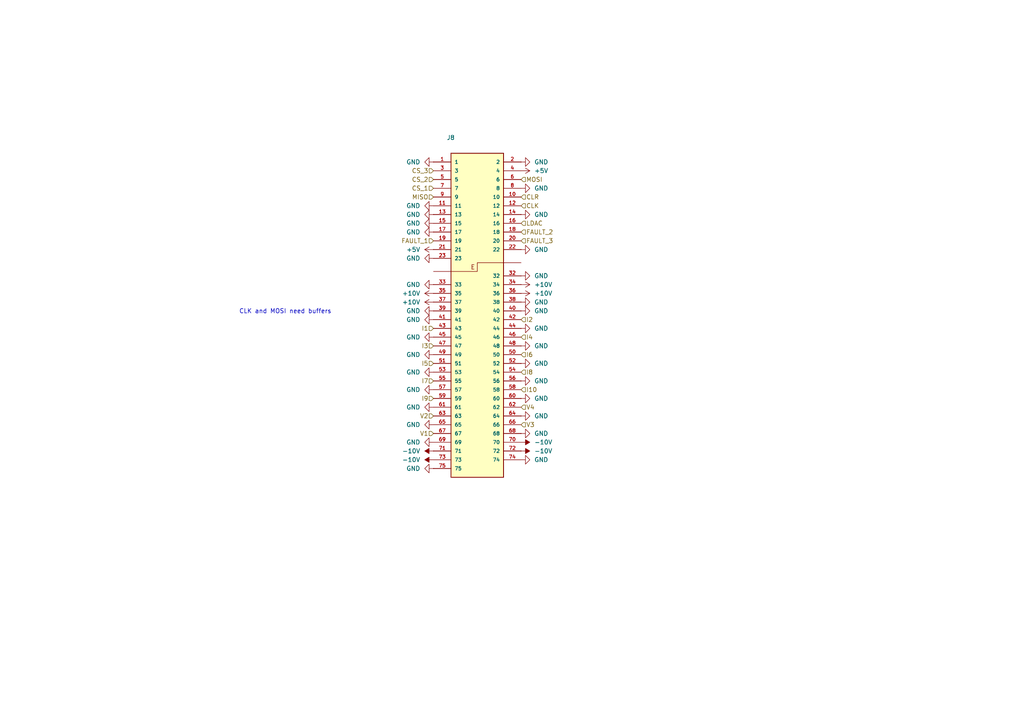
<source format=kicad_sch>
(kicad_sch (version 20250114) (generator "eeschema") (generator_version "9.0")
  (paper "A4")
  (lib_symbols
    (symbol "MDT350M01001VT:M2-J-67-V-SMT-5.30-KE-KT" (pin_names (offset 1.016))
      (symbol "M2-J-67-V-SMT-5.30-KE-KT_0_0"
        (rectangle (start -6.35 44.45) (end 8.89 -49.53) (stroke (width 0.254)) (fill (type background)))
        (pin passive line (at -11.43 41.91 0) (length 5.08) (name "1") (number "1"))
        (pin passive line (at -11.43 39.37 0) (length 5.08) (name "3") (number "3"))
        (pin passive line (at -11.43 36.83 0) (length 5.08) (name "5") (number "5"))
        (pin passive line (at -11.43 34.29 0) (length 5.08) (name "7") (number "7"))
        (pin passive line (at -11.43 31.75 0) (length 5.08) (name "9") (number "9"))
        (pin passive line (at -11.43 29.21 0) (length 5.08) (name "11") (number "11"))
        (pin passive line (at -11.43 26.67 0) (length 5.08) (name "13") (number "13"))
        (pin passive line (at -11.43 24.13 0) (length 5.08) (name "15") (number "15"))
        (pin passive line (at -11.43 21.59 0) (length 5.08) (name "17") (number "17"))
        (pin passive line (at -11.43 19.05 0) (length 5.08) (name "19") (number "19"))
        (pin passive line (at -11.43 16.51 0) (length 5.08) (name "21") (number "21"))
        (pin passive line (at -11.43 13.97 0) (length 5.08) (name "23") (number "23"))
        (pin passive line (at -11.43 6.35 0) (length 5.08) (name "33") (number "33"))
        (pin passive line (at -11.43 3.81 0) (length 5.08) (name "35") (number "35"))
        (pin passive line (at -11.43 1.27 0) (length 5.08) (name "37") (number "37"))
        (pin passive line (at -11.43 -1.27 0) (length 5.08) (name "39") (number "39"))
        (pin passive line (at -11.43 -3.81 0) (length 5.08) (name "41") (number "41"))
        (pin passive line (at -11.43 -6.35 0) (length 5.08) (name "43") (number "43"))
        (pin passive line (at -11.43 -8.89 0) (length 5.08) (name "45") (number "45"))
        (pin passive line (at -11.43 -11.43 0) (length 5.08) (name "47") (number "47"))
        (pin passive line (at -11.43 -13.97 0) (length 5.08) (name "49") (number "49"))
        (pin passive line (at -11.43 -16.51 0) (length 5.08) (name "51") (number "51"))
        (pin passive line (at -11.43 -19.05 0) (length 5.08) (name "53") (number "53"))
        (pin passive line (at -11.43 -21.59 0) (length 5.08) (name "55") (number "55"))
        (pin passive line (at -11.43 -24.13 0) (length 5.08) (name "57") (number "57"))
        (pin passive line (at -11.43 -36.83 0) (length 5.08) (name "67") (number "67"))
        (pin passive line (at -11.43 -39.37 0) (length 5.08) (name "69") (number "69"))
        (pin passive line (at -11.43 -41.91 0) (length 5.08) (name "71") (number "71"))
        (pin passive line (at -11.43 -44.45 0) (length 5.08) (name "73") (number "73"))
        (pin passive line (at -11.43 -46.99 0) (length 5.08) (name "75") (number "75"))
        (pin passive line (at 13.97 41.91 180) (length 5.08) (name "2") (number "2"))
        (pin passive line (at 13.97 39.37 180) (length 5.08) (name "4") (number "4"))
        (pin passive line (at 13.97 36.83 180) (length 5.08) (name "6") (number "6"))
        (pin passive line (at 13.97 34.29 180) (length 5.08) (name "8") (number "8"))
        (pin passive line (at 13.97 31.75 180) (length 5.08) (name "10") (number "10"))
        (pin passive line (at 13.97 29.21 180) (length 5.08) (name "12") (number "12"))
        (pin passive line (at 13.97 26.67 180) (length 5.08) (name "14") (number "14"))
        (pin passive line (at 13.97 24.13 180) (length 5.08) (name "16") (number "16"))
        (pin passive line (at 13.97 21.59 180) (length 5.08) (name "18") (number "18"))
        (pin passive line (at 13.97 19.05 180) (length 5.08) (name "20") (number "20"))
        (pin passive line (at 13.97 16.51 180) (length 5.08) (name "22") (number "22"))
        (pin passive line (at 13.97 8.89 180) (length 5.08) (name "32") (number "32"))
        (pin passive line (at 13.97 6.35 180) (length 5.08) (name "34") (number "34"))
        (pin passive line (at 13.97 3.81 180) (length 5.08) (name "36") (number "36"))
        (pin passive line (at 13.97 1.27 180) (length 5.08) (name "38") (number "38"))
        (pin passive line (at 13.97 -1.27 180) (length 5.08) (name "40") (number "40"))
        (pin passive line (at 13.97 -3.81 180) (length 5.08) (name "42") (number "42"))
        (pin passive line (at 13.97 -6.35 180) (length 5.08) (name "44") (number "44"))
        (pin passive line (at 13.97 -8.89 180) (length 5.08) (name "46") (number "46"))
        (pin passive line (at 13.97 -11.43 180) (length 5.08) (name "48") (number "48"))
        (pin passive line (at 13.97 -13.97 180) (length 5.08) (name "50") (number "50"))
        (pin passive line (at 13.97 -16.51 180) (length 5.08) (name "52") (number "52"))
        (pin passive line (at 13.97 -19.05 180) (length 5.08) (name "54") (number "54"))
        (pin passive line (at 13.97 -21.59 180) (length 5.08) (name "56") (number "56"))
        (pin passive line (at 13.97 -24.13 180) (length 5.08) (name "58") (number "58"))
        (pin passive line (at 13.97 -36.83 180) (length 5.08) (name "68") (number "68"))
        (pin passive line (at 13.97 -39.37 180) (length 5.08) (name "70") (number "70"))
        (pin passive line (at 13.97 -41.91 180) (length 5.08) (name "72") (number "72"))
        (pin passive line (at 13.97 -44.45 180) (length 5.08) (name "74") (number "74"))
      )
      (symbol "M2-J-67-V-SMT-5.30-KE-KT_0_1"
        (polyline (pts (xy -11.43 10.16) (xy 1.27 10.16) (xy 1.27 12.7) (xy 13.97 12.7)))
      )
      (symbol "M2-J-67-V-SMT-5.30-KE-KT_1_0"
        (pin passive line (at -11.43 -26.67 0) (length 5.08) (name "59") (number "59"))
        (pin passive line (at -11.43 -29.21 0) (length 5.08) (name "61") (number "61"))
        (pin passive line (at -11.43 -31.75 0) (length 5.08) (name "63") (number "63"))
        (pin passive line (at -11.43 -34.29 0) (length 5.08) (name "65") (number "65"))
        (pin passive line (at 13.97 -26.67 180) (length 5.08) (name "60") (number "60"))
        (pin passive line (at 13.97 -29.21 180) (length 5.08) (name "62") (number "62"))
        (pin passive line (at 13.97 -31.75 180) (length 5.08) (name "64") (number "64"))
        (pin passive line (at 13.97 -34.29 180) (length 5.08) (name "66") (number "66"))
      )
      (symbol "M2-J-67-V-SMT-5.30-KE-KT_1_1"
        (text "E" (at 0 11.43 0) (effects (font (size 1.27 1.27))))
      )
    )
    (symbol "power:+10V" (power) (pin_numbers (hide yes)) (pin_names (offset 0) (hide yes))
      (property "Value" "+10V" (at 0 3.556 0))
      (symbol "+10V_0_1"
        (polyline (pts (xy -0.762 1.27) (xy 0 2.54)))
        (polyline (pts (xy 0 2.54) (xy 0.762 1.27)))
        (polyline (pts (xy 0 0) (xy 0 2.54)))
      )
      (symbol "+10V_1_1"
        (pin power_in line (at 0 0 90) (length 0) (name "~") (number "1"))
      )
    )
    (symbol "power:+5V" (power) (pin_numbers (hide yes)) (pin_names (offset 0) (hide yes))
      (property "Value" "+5V" (at 0 3.556 0))
      (symbol "+5V_0_1"
        (polyline (pts (xy -0.762 1.27) (xy 0 2.54)))
        (polyline (pts (xy 0 2.54) (xy 0.762 1.27)))
        (polyline (pts (xy 0 0) (xy 0 2.54)))
      )
      (symbol "+5V_1_1"
        (pin power_in line (at 0 0 90) (length 0) (name "~") (number "1"))
      )
    )
    (symbol "power:-10V" (power) (pin_numbers (hide yes)) (pin_names (offset 0) (hide yes))
      (property "Value" "-10V" (at 0 3.556 0))
      (symbol "-10V_0_0"
        (pin power_in line (at 0 0 90) (length 0) (name "~") (number "1"))
      )
      (symbol "-10V_0_1"
        (polyline (pts (xy 0 0) (xy 0 1.27) (xy 0.762 1.27) (xy 0 2.54) (xy -0.762 1.27) (xy 0 1.27)) (fill (type outline)))
      )
    )
    (symbol "power:GND" (power) (pin_numbers (hide yes)) (pin_names (offset 0) (hide yes))
      (property "Value" "GND" (at 0 -3.81 0))
      (symbol "GND_0_1"
        (polyline (pts (xy 0 0) (xy 0 -1.27) (xy 1.27 -1.27) (xy 0 -2.54) (xy -1.27 -1.27) (xy 0 -1.27)))
      )
      (symbol "GND_1_1"
        (pin power_in line (at 0 0 270) (length 0) (name "~") (number "1"))
      )
    )
  )
  (text "CLK and MOSI need buffers" (at 69.342 90.424 0) (effects (font (size 1.27 1.27)) (justify left)))
  (hierarchical_label "I7" (shape input) (at 125.73 110.49 180))
  (hierarchical_label "I10" (shape input) (at 151.13 113.03 0))
  (hierarchical_label "I8" (shape input) (at 151.13 107.95 0))
  (hierarchical_label "CS_3" (shape input) (at 125.73 49.53 180))
  (hierarchical_label "I4" (shape input) (at 151.13 97.79 0))
  (hierarchical_label "FAULT_1" (shape input) (at 125.73 69.85 180))
  (hierarchical_label "CS_1" (shape input) (at 125.73 54.61 180))
  (hierarchical_label "FAULT_3" (shape input) (at 151.13 69.85 0))
  (hierarchical_label "LDAC" (shape input) (at 151.13 64.77 0))
  (hierarchical_label "I9" (shape input) (at 125.73 115.57 180))
  (hierarchical_label "V2" (shape input) (at 125.73 120.65 180))
  (hierarchical_label "CLR" (shape input) (at 151.13 57.15 0))
  (hierarchical_label "I5" (shape input) (at 125.73 105.41 180))
  (hierarchical_label "MISO" (shape input) (at 125.73 57.15 180))
  (hierarchical_label "I1" (shape input) (at 125.73 95.25 180))
  (hierarchical_label "I6" (shape input) (at 151.13 102.87 0))
  (hierarchical_label "CLK" (shape input) (at 151.13 59.69 0))
  (hierarchical_label "MOSI" (shape input) (at 151.13 52.07 0))
  (hierarchical_label "V3" (shape input) (at 151.13 123.19 0))
  (hierarchical_label "CS_2" (shape input) (at 125.73 52.07 180))
  (hierarchical_label "V1" (shape input) (at 125.73 125.73 180))
  (hierarchical_label "I2" (shape input) (at 151.13 92.71 0))
  (hierarchical_label "V4" (shape input) (at 151.13 118.11 0))
  (hierarchical_label "I3" (shape input) (at 125.73 100.33 180))
  (hierarchical_label "FAULT_2" (shape input) (at 151.13 67.31 0))
  (symbol (lib_id "power:GND") (at 151.13 46.99 90) (unit 1)
    (property "Reference" "#PWR02" (effects (hide yes)))
    (property "Value" "GND" (at 154.94 46.9899 90) (effects (justify right)))
    (property "Description" "Power symbol creates a global label with name \"GND\" , ground" (effects (hide yes)))
    (instances (project "greymatter-mobo" (path "" (reference "#PWR09") (unit 1)) (path "" (reference "#PWR08") (unit 1)) (path "" (reference "#PWR02") (unit 1)) (path "" (reference "#PWR06") (unit 1)) (path "" (reference "#PWR03") (unit 1)) (path "" (reference "#PWR07") (unit 1)) (path "" (reference "#PWR04") (unit 1)) (path "" (reference "#PWR05") (unit 1))))
  )
  (symbol (lib_id "power:GND") (at 125.73 123.19 270) (unit 1)
    (property "Reference" "#PWR0222" (effects (hide yes)))
    (property "Value" "GND" (at 121.92 123.1901 90) (effects (justify right)))
    (property "Description" "Power symbol creates a global label with name \"GND\" , ground" (effects (hide yes)))
    (instances (project "greymatter-mobo" (path "" (reference "#PWR0230") (unit 1)) (path "" (reference "#PWR0228") (unit 1)) (path "" (reference "#PWR0222") (unit 1)) (path "" (reference "#PWR0226") (unit 1)) (path "" (reference "#PWR0223") (unit 1)) (path "" (reference "#PWR0227") (unit 1)) (path "" (reference "#PWR0224") (unit 1)) (path "" (reference "#PWR0225") (unit 1))))
  )
  (symbol (lib_id "power:GND") (at 151.13 72.39 90) (unit 1)
    (property "Reference" "#PWR072" (effects (hide yes)))
    (property "Value" "GND" (at 154.94 72.3899 90) (effects (justify right)))
    (property "Description" "Power symbol creates a global label with name \"GND\" , ground" (effects (hide yes)))
    (instances (project "greymatter-mobo" (path "" (reference "#PWR079") (unit 1)) (path "" (reference "#PWR078") (unit 1)) (path "" (reference "#PWR072") (unit 1)) (path "" (reference "#PWR076") (unit 1)) (path "" (reference "#PWR073") (unit 1)) (path "" (reference "#PWR077") (unit 1)) (path "" (reference "#PWR074") (unit 1)) (path "" (reference "#PWR075") (unit 1))))
  )
  (symbol (lib_id "power:GND") (at 125.73 64.77 270) (unit 1)
    (property "Reference" "#PWR036" (effects (hide yes)))
    (property "Value" "GND" (at 121.92 64.7699 90) (effects (justify right)))
    (property "Description" "Power symbol creates a global label with name \"GND\" , ground" (effects (hide yes)))
    (instances (project "greymatter-mobo" (path "" (reference "#PWR052") (unit 1)) (path "" (reference "#PWR050") (unit 1)) (path "" (reference "#PWR036") (unit 1)) (path "" (reference "#PWR046") (unit 1)) (path "" (reference "#PWR038") (unit 1)) (path "" (reference "#PWR048") (unit 1)) (path "" (reference "#PWR040") (unit 1)) (path "" (reference "#PWR044") (unit 1))))
  )
  (symbol (lib_id "power:GND") (at 125.73 97.79 270) (unit 1)
    (property "Reference" "#PWR0178" (effects (hide yes)))
    (property "Value" "GND" (at 121.92 97.7901 90) (effects (justify right)))
    (property "Description" "Power symbol creates a global label with name \"GND\" , ground" (effects (hide yes)))
    (instances (project "greymatter-mobo" (path "" (reference "#PWR0185") (unit 1)) (path "" (reference "#PWR0184") (unit 1)) (path "" (reference "#PWR0178") (unit 1)) (path "" (reference "#PWR0182") (unit 1)) (path "" (reference "#PWR0179") (unit 1)) (path "" (reference "#PWR0183") (unit 1)) (path "" (reference "#PWR0180") (unit 1)) (path "" (reference "#PWR0181") (unit 1))))
  )
  (symbol (lib_id "power:GND") (at 151.13 54.61 90) (unit 1)
    (property "Reference" "#PWR080" (effects (hide yes)))
    (property "Value" "GND" (at 154.94 54.6099 90) (effects (justify right)))
    (property "Description" "Power symbol creates a global label with name \"GND\" , ground" (effects (hide yes)))
    (instances (project "greymatter-mobo" (path "" (reference "#PWR089") (unit 1)) (path "" (reference "#PWR088") (unit 1)) (path "" (reference "#PWR080") (unit 1)) (path "" (reference "#PWR086") (unit 1)) (path "" (reference "#PWR081") (unit 1)) (path "" (reference "#PWR087") (unit 1)) (path "" (reference "#PWR082") (unit 1)) (path "" (reference "#PWR083") (unit 1))))
  )
  (symbol (lib_id "power:GND") (at 125.73 67.31 270) (unit 1)
    (property "Reference" "#PWR037" (effects (hide yes)))
    (property "Value" "GND" (at 121.92 67.3099 90) (effects (justify right)))
    (property "Description" "Power symbol creates a global label with name \"GND\" , ground" (effects (hide yes)))
    (instances (project "greymatter-mobo" (path "" (reference "#PWR053") (unit 1)) (path "" (reference "#PWR051") (unit 1)) (path "" (reference "#PWR037") (unit 1)) (path "" (reference "#PWR047") (unit 1)) (path "" (reference "#PWR039") (unit 1)) (path "" (reference "#PWR049") (unit 1)) (path "" (reference "#PWR041") (unit 1)) (path "" (reference "#PWR045") (unit 1))))
  )
  (symbol (lib_id "power:GND") (at 151.13 80.01 90) (unit 1)
    (property "Reference" "#PWR0108" (effects (hide yes)))
    (property "Value" "GND" (at 154.94 80.0099 90) (effects (justify right)))
    (property "Description" "Power symbol creates a global label with name \"GND\" , ground" (effects (hide yes)))
    (instances (project "greymatter-mobo" (path "" (reference "#PWR0115") (unit 1)) (path "" (reference "#PWR0114") (unit 1)) (path "" (reference "#PWR0108") (unit 1)) (path "" (reference "#PWR0112") (unit 1)) (path "" (reference "#PWR0109") (unit 1)) (path "" (reference "#PWR0113") (unit 1)) (path "" (reference "#PWR0110") (unit 1)) (path "" (reference "#PWR0111") (unit 1))))
  )
  (symbol (lib_id "power:GND") (at 151.13 125.73 90) (mirror x) (unit 1)
    (property "Reference" "#PWR0277" (effects (hide yes)))
    (property "Value" "GND" (at 154.94 125.7301 90) (effects (justify right)))
    (property "Description" "Power symbol creates a global label with name \"GND\" , ground" (effects (hide yes)))
    (instances (project "greymatter-mobo" (path "" (reference "#PWR0284") (unit 1)) (path "" (reference "#PWR0283") (unit 1)) (path "" (reference "#PWR0277") (unit 1)) (path "" (reference "#PWR0281") (unit 1)) (path "" (reference "#PWR0278") (unit 1)) (path "" (reference "#PWR0282") (unit 1)) (path "" (reference "#PWR0279") (unit 1)) (path "" (reference "#PWR0280") (unit 1))))
  )
  (symbol (lib_id "power:GND") (at 151.13 100.33 90) (mirror x) (unit 1)
    (property "Reference" "#PWR0320" (effects (hide yes)))
    (property "Value" "GND" (at 154.94 100.3301 90) (effects (justify right)))
    (property "Description" "Power symbol creates a global label with name \"GND\" , ground" (effects (hide yes)))
    (instances (project "greymatter-mobo" (path "" (reference "#PWR0327") (unit 1)) (path "" (reference "#PWR0326") (unit 1)) (path "" (reference "#PWR0320") (unit 1)) (path "" (reference "#PWR0324") (unit 1)) (path "" (reference "#PWR0321") (unit 1)) (path "" (reference "#PWR0325") (unit 1)) (path "" (reference "#PWR0322") (unit 1)) (path "" (reference "#PWR0323") (unit 1))))
  )
  (symbol (lib_id "power:GND") (at 151.13 133.35 90) (mirror x) (unit 1)
    (property "Reference" "#PWR0268" (effects (hide yes)))
    (property "Value" "GND" (at 154.94 133.3501 90) (effects (justify right)))
    (property "Description" "Power symbol creates a global label with name \"GND\" , ground" (effects (hide yes)))
    (instances (project "greymatter-mobo" (path "" (reference "#PWR0276") (unit 1)) (path "" (reference "#PWR0275") (unit 1)) (path "" (reference "#PWR0268") (unit 1)) (path "" (reference "#PWR0272") (unit 1)) (path "" (reference "#PWR0269") (unit 1)) (path "" (reference "#PWR0274") (unit 1)) (path "" (reference "#PWR0270") (unit 1)) (path "" (reference "#PWR0271") (unit 1))))
  )
  (symbol (lib_id "power:GND") (at 151.13 115.57 90) (mirror x) (unit 1)
    (property "Reference" "#PWR0293" (effects (hide yes)))
    (property "Value" "GND" (at 154.94 115.5701 90) (effects (justify right)))
    (property "Description" "Power symbol creates a global label with name \"GND\" , ground" (effects (hide yes)))
    (instances (project "greymatter-mobo" (path "" (reference "#PWR0302") (unit 1)) (path "" (reference "#PWR0301") (unit 1)) (path "" (reference "#PWR0293") (unit 1)) (path "" (reference "#PWR0299") (unit 1)) (path "" (reference "#PWR0296") (unit 1)) (path "" (reference "#PWR0300") (unit 1)) (path "" (reference "#PWR0297") (unit 1)) (path "" (reference "#PWR0298") (unit 1))))
  )
  (symbol (lib_id "power:GND") (at 151.13 105.41 90) (mirror x) (unit 1)
    (property "Reference" "#PWR0311" (effects (hide yes)))
    (property "Value" "GND" (at 154.94 105.4101 90) (effects (justify right)))
    (property "Description" "Power symbol creates a global label with name \"GND\" , ground" (effects (hide yes)))
    (instances (project "greymatter-mobo" (path "" (reference "#PWR0319") (unit 1)) (path "" (reference "#PWR0318") (unit 1)) (path "" (reference "#PWR0311") (unit 1)) (path "" (reference "#PWR0316") (unit 1)) (path "" (reference "#PWR0312") (unit 1)) (path "" (reference "#PWR0317") (unit 1)) (path "" (reference "#PWR0313") (unit 1)) (path "" (reference "#PWR0314") (unit 1))))
  )
  (symbol (lib_id "power:GND") (at 125.73 59.69 270) (unit 1)
    (property "Reference" "#PWR018" (effects (hide yes)))
    (property "Value" "GND" (at 121.92 59.6899 90) (effects (justify right)))
    (property "Description" "Power symbol creates a global label with name \"GND\" , ground" (effects (hide yes)))
    (instances (project "greymatter-mobo" (path "" (reference "#PWR027") (unit 1)) (path "" (reference "#PWR026") (unit 1)) (path "" (reference "#PWR018") (unit 1)) (path "" (reference "#PWR024") (unit 1)) (path "" (reference "#PWR020") (unit 1)) (path "" (reference "#PWR025") (unit 1)) (path "" (reference "#PWR022") (unit 1)) (path "" (reference "#PWR023") (unit 1))))
  )
  (symbol (lib_id "power:GND") (at 125.73 128.27 270) (unit 1)
    (property "Reference" "#PWR0232" (effects (hide yes)))
    (property "Value" "GND" (at 121.92 128.2701 90) (effects (justify right)))
    (property "Description" "Power symbol creates a global label with name \"GND\" , ground" (effects (hide yes)))
    (instances (project "greymatter-mobo" (path "" (reference "#PWR0239") (unit 1)) (path "" (reference "#PWR0238") (unit 1)) (path "" (reference "#PWR0232") (unit 1)) (path "" (reference "#PWR0236") (unit 1)) (path "" (reference "#PWR0233") (unit 1)) (path "" (reference "#PWR0237") (unit 1)) (path "" (reference "#PWR0234") (unit 1)) (path "" (reference "#PWR0235") (unit 1))))
  )
  (symbol (lib_id "power:+10V") (at 151.13 85.09 270) (mirror x) (unit 1)
    (property "Reference" "#PWR0125" (effects (hide yes)))
    (property "Value" "+10V" (at 154.94 85.0901 90) (effects (justify left)))
    (property "Description" "Power symbol creates a global label with name \"+10V\"" (effects (hide yes)))
    (instances (project "greymatter-mobo" (path "" (reference "#PWR0141") (unit 1)) (path "" (reference "#PWR0139") (unit 1)) (path "" (reference "#PWR0125") (unit 1)) (path "" (reference "#PWR0135") (unit 1)) (path "" (reference "#PWR0129") (unit 1)) (path "" (reference "#PWR0137") (unit 1)) (path "" (reference "#PWR0131") (unit 1)) (path "" (reference "#PWR0133") (unit 1))))
  )
  (symbol (lib_id "power:GND") (at 125.73 74.93 270) (unit 1)
    (property "Reference" "#PWR064" (effects (hide yes)))
    (property "Value" "GND" (at 121.92 74.9299 90) (effects (justify right)))
    (property "Description" "Power symbol creates a global label with name \"GND\" , ground" (effects (hide yes)))
    (instances (project "greymatter-mobo" (path "" (reference "#PWR071") (unit 1)) (path "" (reference "#PWR070") (unit 1)) (path "" (reference "#PWR064") (unit 1)) (path "" (reference "#PWR068") (unit 1)) (path "" (reference "#PWR065") (unit 1)) (path "" (reference "#PWR069") (unit 1)) (path "" (reference "#PWR066") (unit 1)) (path "" (reference "#PWR067") (unit 1))))
  )
  (symbol (lib_id "power:GND") (at 125.73 46.99 270) (unit 1)
    (property "Reference" "#PWR01" (effects (hide yes)))
    (property "Value" "GND" (at 121.92 46.9899 90) (effects (justify right)))
    (property "Description" "Power symbol creates a global label with name \"GND\" , ground" (effects (hide yes)))
    (instances (project "greymatter-mobo" (path "" (reference "#PWR0295") (unit 1)) (path "" (reference "#PWR0253") (unit 1)) (path "" (reference "#PWR01") (unit 1)) (path "" (reference "#PWR0169") (unit 1)) (path "" (reference "#PWR043") (unit 1)) (path "" (reference "#PWR0211") (unit 1)) (path "" (reference "#PWR085") (unit 1)) (path "" (reference "#PWR0127") (unit 1))))
  )
  (symbol (lib_id "power:+10V") (at 125.73 87.63 90) (unit 1)
    (property "Reference" "#PWR0116" (effects (hide yes)))
    (property "Value" "+10V" (at 121.92 87.6301 90) (effects (justify left)))
    (property "Description" "Power symbol creates a global label with name \"+10V\"" (effects (hide yes)))
    (instances (project "greymatter-mobo" (path "" (reference "#PWR0123") (unit 1)) (path "" (reference "#PWR0122") (unit 1)) (path "" (reference "#PWR0116") (unit 1)) (path "" (reference "#PWR0120") (unit 1)) (path "" (reference "#PWR0117") (unit 1)) (path "" (reference "#PWR0121") (unit 1)) (path "" (reference "#PWR0118") (unit 1)) (path "" (reference "#PWR0119") (unit 1))))
  )
  (symbol (lib_id "power:GND") (at 125.73 107.95 270) (unit 1)
    (property "Reference" "#PWR0196" (effects (hide yes)))
    (property "Value" "GND" (at 121.92 107.9501 90) (effects (justify right)))
    (property "Description" "Power symbol creates a global label with name \"GND\" , ground" (effects (hide yes)))
    (instances (project "greymatter-mobo" (path "" (reference "#PWR0203") (unit 1)) (path "" (reference "#PWR0202") (unit 1)) (path "" (reference "#PWR0196") (unit 1)) (path "" (reference "#PWR0200") (unit 1)) (path "" (reference "#PWR0197") (unit 1)) (path "" (reference "#PWR0201") (unit 1)) (path "" (reference "#PWR0198") (unit 1)) (path "" (reference "#PWR0199") (unit 1))))
  )
  (symbol (lib_id "power:+5V") (at 125.73 72.39 90) (unit 1)
    (property "Reference" "#PWR054" (effects (hide yes)))
    (property "Value" "+5V" (at 121.92 72.3899 90) (effects (justify left)))
    (property "Description" "Power symbol creates a global label with name \"+5V\"" (effects (hide yes)))
    (instances (project "greymatter-mobo" (path "" (reference "#PWR062") (unit 1)) (path "" (reference "#PWR060") (unit 1)) (path "" (reference "#PWR054") (unit 1)) (path "" (reference "#PWR058") (unit 1)) (path "" (reference "#PWR055") (unit 1)) (path "" (reference "#PWR059") (unit 1)) (path "" (reference "#PWR056") (unit 1)) (path "" (reference "#PWR057") (unit 1))))
  )
  (symbol (lib_id "power:GND") (at 125.73 113.03 270) (unit 1)
    (property "Reference" "#PWR0204" (effects (hide yes)))
    (property "Value" "GND" (at 121.92 113.0301 90) (effects (justify right)))
    (property "Description" "Power symbol creates a global label with name \"GND\" , ground" (effects (hide yes)))
    (instances (project "greymatter-mobo" (path "" (reference "#PWR0213") (unit 1)) (path "" (reference "#PWR0212") (unit 1)) (path "" (reference "#PWR0204") (unit 1)) (path "" (reference "#PWR0208") (unit 1)) (path "" (reference "#PWR0205") (unit 1)) (path "" (reference "#PWR0209") (unit 1)) (path "" (reference "#PWR0206") (unit 1)) (path "" (reference "#PWR0207") (unit 1))))
  )
  (symbol (lib_id "power:GND") (at 151.13 87.63 90) (mirror x) (unit 1)
    (property "Reference" "#PWR0160" (effects (hide yes)))
    (property "Value" "GND" (at 154.94 87.6301 90) (effects (justify right)))
    (property "Description" "Power symbol creates a global label with name \"GND\" , ground" (effects (hide yes)))
    (instances (project "greymatter-mobo" (path "" (reference "#PWR0176") (unit 1)) (path "" (reference "#PWR0174") (unit 1)) (path "" (reference "#PWR0160") (unit 1)) (path "" (reference "#PWR0170") (unit 1)) (path "" (reference "#PWR0162") (unit 1)) (path "" (reference "#PWR0172") (unit 1)) (path "" (reference "#PWR0164") (unit 1)) (path "" (reference "#PWR0166") (unit 1))))
  )
  (symbol (lib_id "power:+10V") (at 151.13 82.55 270) (mirror x) (unit 1)
    (property "Reference" "#PWR0124" (effects (hide yes)))
    (property "Value" "+10V" (at 154.94 82.5501 90) (effects (justify left)))
    (property "Description" "Power symbol creates a global label with name \"+10V\"" (effects (hide yes)))
    (instances (project "greymatter-mobo" (path "" (reference "#PWR0140") (unit 1)) (path "" (reference "#PWR0138") (unit 1)) (path "" (reference "#PWR0124") (unit 1)) (path "" (reference "#PWR0134") (unit 1)) (path "" (reference "#PWR0128") (unit 1)) (path "" (reference "#PWR0136") (unit 1)) (path "" (reference "#PWR0130") (unit 1)) (path "" (reference "#PWR0132") (unit 1))))
  )
  (symbol (lib_id "power:-10V") (at 125.73 130.81 90) (mirror x) (unit 1)
    (property "Reference" "#PWR042" (effects (hide yes)))
    (property "Value" "-10V" (at 121.92 130.8101 90) (effects (justify left)))
    (property "Description" "Power symbol creates a global label with name \"-10V\"" (effects (hide yes)))
    (instances (project "greymatter-mobo" (path "" (reference "#PWR0336") (unit 1)) (path "" (reference "#PWR0294") (unit 1)) (path "" (reference "#PWR042") (unit 1)) (path "" (reference "#PWR0210") (unit 1)) (path "" (reference "#PWR084") (unit 1)) (path "" (reference "#PWR0252") (unit 1)) (path "" (reference "#PWR0126") (unit 1)) (path "" (reference "#PWR0168") (unit 1))))
  )
  (symbol (lib_id "power:GND") (at 151.13 110.49 90) (mirror x) (unit 1)
    (property "Reference" "#PWR0303" (effects (hide yes)))
    (property "Value" "GND" (at 154.94 110.4901 90) (effects (justify right)))
    (property "Description" "Power symbol creates a global label with name \"GND\" , ground" (effects (hide yes)))
    (instances (project "greymatter-mobo" (path "" (reference "#PWR0310") (unit 1)) (path "" (reference "#PWR0309") (unit 1)) (path "" (reference "#PWR0303") (unit 1)) (path "" (reference "#PWR0307") (unit 1)) (path "" (reference "#PWR0304") (unit 1)) (path "" (reference "#PWR0308") (unit 1)) (path "" (reference "#PWR0305") (unit 1)) (path "" (reference "#PWR0306") (unit 1))))
  )
  (symbol (lib_id "power:+5V") (at 151.13 49.53 270) (unit 1)
    (property "Reference" "#PWR010" (effects (hide yes)))
    (property "Value" "+5V" (at 154.94 49.5299 90) (effects (justify left)))
    (property "Description" "Power symbol creates a global label with name \"+5V\"" (effects (hide yes)))
    (instances (project "" (path "" (reference "#PWR017") (unit 1)) (path "" (reference "#PWR016") (unit 1)) (path "" (reference "#PWR010") (unit 1)) (path "" (reference "#PWR014") (unit 1)) (path "" (reference "#PWR011") (unit 1)) (path "" (reference "#PWR015") (unit 1)) (path "" (reference "#PWR012") (unit 1)) (path "" (reference "#PWR013") (unit 1))))
  )
  (symbol (lib_id "power:-10V") (at 151.13 130.81 270) (unit 1)
    (property "Reference" "#PWR0243" (effects (hide yes)))
    (property "Value" "-10V" (at 154.94 130.8101 90) (effects (justify left)))
    (property "Description" "Power symbol creates a global label with name \"-10V\"" (effects (hide yes)))
    (instances (project "greymatter-mobo" (path "" (reference "#PWR0259") (unit 1)) (path "" (reference "#PWR0257") (unit 1)) (path "" (reference "#PWR0243") (unit 1)) (path "" (reference "#PWR0251") (unit 1)) (path "" (reference "#PWR0245") (unit 1)) (path "" (reference "#PWR0255") (unit 1)) (path "" (reference "#PWR0247") (unit 1)) (path "" (reference "#PWR0249") (unit 1))))
  )
  (symbol (lib_id "power:GND") (at 151.13 90.17 90) (mirror x) (unit 1)
    (property "Reference" "#PWR0161" (effects (hide yes)))
    (property "Value" "GND" (at 154.94 90.1701 90) (effects (justify right)))
    (property "Description" "Power symbol creates a global label with name \"GND\" , ground" (effects (hide yes)))
    (instances (project "greymatter-mobo" (path "" (reference "#PWR0177") (unit 1)) (path "" (reference "#PWR0175") (unit 1)) (path "" (reference "#PWR0161") (unit 1)) (path "" (reference "#PWR0171") (unit 1)) (path "" (reference "#PWR0163") (unit 1)) (path "" (reference "#PWR0173") (unit 1)) (path "" (reference "#PWR0165") (unit 1)) (path "" (reference "#PWR0167") (unit 1))))
  )
  (symbol (lib_id "power:-10V") (at 125.73 133.35 90) (mirror x) (unit 1)
    (property "Reference" "#PWR019" (effects (hide yes)))
    (property "Value" "-10V" (at 121.92 133.3501 90) (effects (justify left)))
    (property "Description" "Power symbol creates a global label with name \"-10V\"" (effects (hide yes)))
    (instances (project "greymatter-mobo" (path "" (reference "#PWR0241") (unit 1)) (path "" (reference "#PWR0240") (unit 1)) (path "" (reference "#PWR019") (unit 1)) (path "" (reference "#PWR0187") (unit 1)) (path "" (reference "#PWR061") (unit 1)) (path "" (reference "#PWR0229") (unit 1)) (path "" (reference "#PWR0103") (unit 1)) (path "" (reference "#PWR0145") (unit 1))))
  )
  (symbol (lib_id "MDT350M01001VT:M2-J-67-V-SMT-5.30-KE-KT") (at 137.16 88.9 0) (unit 1)
    (property "Reference" "J1" (at 129.54 40.64 0) (effects (justify left bottom)))
    (property "Value" "M2-J-67-V-SMT-5.30-KE-KT" (effects (hide yes)))
    (property "Footprint" "MDT350M01001VT:ADAMTECH_M2-J-67-V-SMT-5.30-KE-KT" (effects (hide yes)))
    (property "PARTREV" "2" (effects (hide yes)))
    (property "STANDARD" "Manufacturer Recommendations" (effects (hide yes)))
    (property "MAXIMUM_PACKAGE_HEIGHT" "5.3 mm" (effects (hide yes)))
    (property "MANUFACTURER" "Adam Tech" (effects (hide yes)))
    (instances (project "greymatter-mobo" (path "" (reference "J8") (unit 1)) (path "" (reference "J7") (unit 1)) (path "" (reference "J1") (unit 1)) (path "" (reference "J5") (unit 1)) (path "" (reference "J2") (unit 1)) (path "" (reference "J6") (unit 1)) (path "" (reference "J3") (unit 1)) (path "" (reference "J4") (unit 1))))
  )
  (symbol (lib_id "power:GND") (at 125.73 62.23 270) (unit 1)
    (property "Reference" "#PWR028" (effects (hide yes)))
    (property "Value" "GND" (at 121.92 62.2299 90) (effects (justify right)))
    (property "Description" "Power symbol creates a global label with name \"GND\" , ground" (effects (hide yes)))
    (instances (project "greymatter-mobo" (path "" (reference "#PWR035") (unit 1)) (path "" (reference "#PWR034") (unit 1)) (path "" (reference "#PWR028") (unit 1)) (path "" (reference "#PWR032") (unit 1)) (path "" (reference "#PWR029") (unit 1)) (path "" (reference "#PWR033") (unit 1)) (path "" (reference "#PWR030") (unit 1)) (path "" (reference "#PWR031") (unit 1))))
  )
  (symbol (lib_id "power:GND") (at 151.13 120.65 90) (mirror x) (unit 1)
    (property "Reference" "#PWR0285" (effects (hide yes)))
    (property "Value" "GND" (at 154.94 120.6501 90) (effects (justify right)))
    (property "Description" "Power symbol creates a global label with name \"GND\" , ground" (effects (hide yes)))
    (instances (project "greymatter-mobo" (path "" (reference "#PWR0292") (unit 1)) (path "" (reference "#PWR0291") (unit 1)) (path "" (reference "#PWR0285") (unit 1)) (path "" (reference "#PWR0289") (unit 1)) (path "" (reference "#PWR0286") (unit 1)) (path "" (reference "#PWR0290") (unit 1)) (path "" (reference "#PWR0287") (unit 1)) (path "" (reference "#PWR0288") (unit 1))))
  )
  (symbol (lib_id "power:GND") (at 151.13 62.23 90) (unit 1)
    (property "Reference" "#PWR090" (effects (hide yes)))
    (property "Value" "GND" (at 154.94 62.2299 90) (effects (justify right)))
    (property "Description" "Power symbol creates a global label with name \"GND\" , ground" (effects (hide yes)))
    (instances (project "greymatter-mobo" (path "" (reference "#PWR097") (unit 1)) (path "" (reference "#PWR096") (unit 1)) (path "" (reference "#PWR090") (unit 1)) (path "" (reference "#PWR094") (unit 1)) (path "" (reference "#PWR091") (unit 1)) (path "" (reference "#PWR095") (unit 1)) (path "" (reference "#PWR092") (unit 1)) (path "" (reference "#PWR093") (unit 1))))
  )
  (symbol (lib_id "power:GND") (at 125.73 90.17 270) (unit 1)
    (property "Reference" "#PWR0142" (effects (hide yes)))
    (property "Value" "GND" (at 121.92 90.1701 90) (effects (justify right)))
    (property "Description" "Power symbol creates a global label with name \"GND\" , ground" (effects (hide yes)))
    (instances (project "greymatter-mobo" (path "" (reference "#PWR0151") (unit 1)) (path "" (reference "#PWR0150") (unit 1)) (path "" (reference "#PWR0142") (unit 1)) (path "" (reference "#PWR0148") (unit 1)) (path "" (reference "#PWR0143") (unit 1)) (path "" (reference "#PWR0149") (unit 1)) (path "" (reference "#PWR0144") (unit 1)) (path "" (reference "#PWR0146") (unit 1))))
  )
  (symbol (lib_id "power:GND") (at 125.73 82.55 270) (unit 1)
    (property "Reference" "#PWR098" (effects (hide yes)))
    (property "Value" "GND" (at 121.92 82.5501 90) (effects (justify right)))
    (property "Description" "Power symbol creates a global label with name \"GND\" , ground" (effects (hide yes)))
    (instances (project "greymatter-mobo" (path "" (reference "#PWR0107") (unit 1)) (path "" (reference "#PWR0106") (unit 1)) (path "" (reference "#PWR098") (unit 1)) (path "" (reference "#PWR0102") (unit 1)) (path "" (reference "#PWR099") (unit 1)) (path "" (reference "#PWR0104") (unit 1)) (path "" (reference "#PWR0100") (unit 1)) (path "" (reference "#PWR0101") (unit 1))))
  )
  (symbol (lib_id "power:GND") (at 151.13 95.25 90) (mirror x) (unit 1)
    (property "Reference" "#PWR0328" (effects (hide yes)))
    (property "Value" "GND" (at 154.94 95.2501 90) (effects (justify right)))
    (property "Description" "Power symbol creates a global label with name \"GND\" , ground" (effects (hide yes)))
    (instances (project "greymatter-mobo" (path "" (reference "#PWR0335") (unit 1)) (path "" (reference "#PWR0334") (unit 1)) (path "" (reference "#PWR0328") (unit 1)) (path "" (reference "#PWR0332") (unit 1)) (path "" (reference "#PWR0329") (unit 1)) (path "" (reference "#PWR0333") (unit 1)) (path "" (reference "#PWR0330") (unit 1)) (path "" (reference "#PWR0331") (unit 1))))
  )
  (symbol (lib_id "power:GND") (at 125.73 135.89 270) (unit 1)
    (property "Reference" "#PWR0260" (effects (hide yes)))
    (property "Value" "GND" (at 121.92 135.8901 90) (effects (justify right)))
    (property "Description" "Power symbol creates a global label with name \"GND\" , ground" (effects (hide yes)))
    (instances (project "greymatter-mobo" (path "" (reference "#PWR0267") (unit 1)) (path "" (reference "#PWR0266") (unit 1)) (path "" (reference "#PWR0260") (unit 1)) (path "" (reference "#PWR0264") (unit 1)) (path "" (reference "#PWR0261") (unit 1)) (path "" (reference "#PWR0265") (unit 1)) (path "" (reference "#PWR0262") (unit 1)) (path "" (reference "#PWR0263") (unit 1))))
  )
  (symbol (lib_id "power:GND") (at 125.73 92.71 270) (unit 1)
    (property "Reference" "#PWR0152" (effects (hide yes)))
    (property "Value" "GND" (at 121.92 92.7101 90) (effects (justify right)))
    (property "Description" "Power symbol creates a global label with name \"GND\" , ground" (effects (hide yes)))
    (instances (project "greymatter-mobo" (path "" (reference "#PWR0159") (unit 1)) (path "" (reference "#PWR0158") (unit 1)) (path "" (reference "#PWR0152") (unit 1)) (path "" (reference "#PWR0156") (unit 1)) (path "" (reference "#PWR0153") (unit 1)) (path "" (reference "#PWR0157") (unit 1)) (path "" (reference "#PWR0154") (unit 1)) (path "" (reference "#PWR0155") (unit 1))))
  )
  (symbol (lib_id "power:+10V") (at 125.73 85.09 90) (unit 1)
    (property "Reference" "#PWR021" (effects (hide yes)))
    (property "Value" "+10V" (at 121.92 85.0901 90) (effects (justify left)))
    (property "Description" "Power symbol creates a global label with name \"+10V\"" (effects (hide yes)))
    (instances (project "greymatter-mobo" (path "" (reference "#PWR0315") (unit 1)) (path "" (reference "#PWR0273") (unit 1)) (path "" (reference "#PWR021") (unit 1)) (path "" (reference "#PWR0189") (unit 1)) (path "" (reference "#PWR063") (unit 1)) (path "" (reference "#PWR0231") (unit 1)) (path "" (reference "#PWR0105") (unit 1)) (path "" (reference "#PWR0147") (unit 1))))
  )
  (symbol (lib_id "power:GND") (at 125.73 118.11 270) (unit 1)
    (property "Reference" "#PWR0214" (effects (hide yes)))
    (property "Value" "GND" (at 121.92 118.1101 90) (effects (justify right)))
    (property "Description" "Power symbol creates a global label with name \"GND\" , ground" (effects (hide yes)))
    (instances (project "greymatter-mobo" (path "" (reference "#PWR0221") (unit 1)) (path "" (reference "#PWR0220") (unit 1)) (path "" (reference "#PWR0214") (unit 1)) (path "" (reference "#PWR0218") (unit 1)) (path "" (reference "#PWR0215") (unit 1)) (path "" (reference "#PWR0219") (unit 1)) (path "" (reference "#PWR0216") (unit 1)) (path "" (reference "#PWR0217") (unit 1))))
  )
  (symbol (lib_id "power:GND") (at 125.73 102.87 270) (unit 1)
    (property "Reference" "#PWR0186" (effects (hide yes)))
    (property "Value" "GND" (at 121.92 102.8701 90) (effects (justify right)))
    (property "Description" "Power symbol creates a global label with name \"GND\" , ground" (effects (hide yes)))
    (instances (project "greymatter-mobo" (path "" (reference "#PWR0195") (unit 1)) (path "" (reference "#PWR0194") (unit 1)) (path "" (reference "#PWR0186") (unit 1)) (path "" (reference "#PWR0192") (unit 1)) (path "" (reference "#PWR0188") (unit 1)) (path "" (reference "#PWR0193") (unit 1)) (path "" (reference "#PWR0190") (unit 1)) (path "" (reference "#PWR0191") (unit 1))))
  )
  (symbol (lib_id "power:-10V") (at 151.13 128.27 270) (unit 1)
    (property "Reference" "#PWR0242" (effects (hide yes)))
    (property "Value" "-10V" (at 154.94 128.2701 90) (effects (justify left)))
    (property "Description" "Power symbol creates a global label with name \"-10V\"" (effects (hide yes)))
    (instances (project "greymatter-mobo" (path "" (reference "#PWR0258") (unit 1)) (path "" (reference "#PWR0256") (unit 1)) (path "" (reference "#PWR0242") (unit 1)) (path "" (reference "#PWR0250") (unit 1)) (path "" (reference "#PWR0244") (unit 1)) (path "" (reference "#PWR0254") (unit 1)) (path "" (reference "#PWR0246") (unit 1)) (path "" (reference "#PWR0248") (unit 1))))
  )
)
</source>
